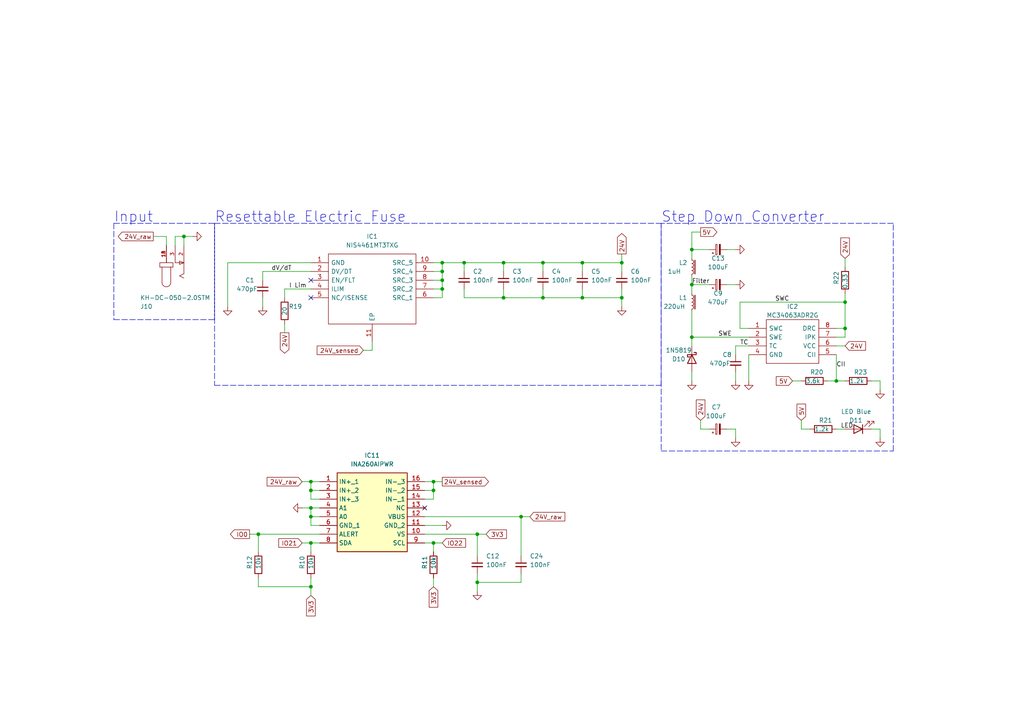
<source format=kicad_sch>
(kicad_sch (version 20231120) (generator "eeschema") (generator_version "8.0")
  (paper "A4")
  (title_block (title "Plant Watering") (date "2022-08-29") (rev "1") (company "All in one device for plant irrigation") (comment 1 "Reading moisture, processing data, including weather, switching of solenoid valves") (comment 2 "5 A peak current, max. 1 s") (comment 3 "24 V input voltage"))
  (lib_symbols
    (symbol "Device:C_Polarized_Small" (pin_numbers hide) (pin_names (offset 0.254) hide)
      (property "Reference" "C" (at 0.254 1.778 0))
      (property "Value" "C_Polarized_Small" (at 0.254 -2.032 0))
      (symbol "C_Polarized_Small_0_1"
        (rectangle (start -1.524 -0.3048) (end 1.524 -0.6858) (fill (type outline)))
        (rectangle (start -1.524 0.6858) (end 1.524 0.3048))
        (polyline (pts (xy -1.27 1.524) (xy -0.762 1.524)))
        (polyline (pts (xy -1.016 1.27) (xy -1.016 1.778)))
      )
      (symbol "C_Polarized_Small_1_1"
        (pin passive line (at 0 2.54 270) (length 1.8542) (name "~") (number "1"))
        (pin passive line (at 0 -2.54 90) (length 1.8542) (name "~") (number "2"))
      )
    )
    (symbol "Device:C_Small" (pin_numbers hide) (pin_names (offset 0.254) hide)
      (property "Reference" "C" (at 0.254 1.778 0))
      (property "Value" "C_Small" (at 0.254 -2.032 0))
      (symbol "C_Small_0_1"
        (polyline (pts (xy -1.524 -0.508) (xy 1.524 -0.508)) (stroke (width 0.3302)))
        (polyline (pts (xy -1.524 0.508) (xy 1.524 0.508)) (stroke (width 0.3048)))
      )
      (symbol "C_Small_1_1"
        (pin passive line (at 0 2.54 270) (length 2.032) (name "~") (number "1"))
        (pin passive line (at 0 -2.54 90) (length 2.032) (name "~") (number "2"))
      )
    )
    (symbol "Device:D_Schottky" (pin_numbers hide) (pin_names (offset 1.016) hide)
      (property "Reference" "D" (at 0 2.54 0))
      (property "Value" "D_Schottky" (at 0 -2.54 0))
      (symbol "D_Schottky_0_1"
        (polyline (pts (xy 1.27 0) (xy -1.27 0)))
        (polyline (pts (xy 1.27 1.27) (xy 1.27 -1.27) (xy -1.27 0) (xy 1.27 1.27)) (stroke (width 0.254)))
        (polyline (pts (xy -1.905 0.635) (xy -1.905 1.27) (xy -1.27 1.27) (xy -1.27 -1.27) (xy -0.635 -1.27) (xy -0.635 -0.635)) (stroke (width 0.254)))
      )
      (symbol "D_Schottky_1_1"
        (pin passive line (at -3.81 0 0) (length 2.54) (name "K") (number "1"))
        (pin passive line (at 3.81 0 180) (length 2.54) (name "A") (number "2"))
      )
    )
    (symbol "Device:LED" (pin_numbers hide) (pin_names (offset 1.016) hide)
      (property "Reference" "D" (at 0 2.54 0))
      (property "Value" "LED" (at 0 -2.54 0))
      (symbol "LED_0_1"
        (polyline (pts (xy -1.27 -1.27) (xy -1.27 1.27)) (stroke (width 0.254)))
        (polyline (pts (xy -1.27 0) (xy 1.27 0)))
        (polyline (pts (xy 1.27 -1.27) (xy 1.27 1.27) (xy -1.27 0) (xy 1.27 -1.27)) (stroke (width 0.254)))
        (polyline (pts (xy -3.048 -0.762) (xy -4.572 -2.286) (xy -3.81 -2.286) (xy -4.572 -2.286) (xy -4.572 -1.524)))
        (polyline (pts (xy -1.778 -0.762) (xy -3.302 -2.286) (xy -2.54 -2.286) (xy -3.302 -2.286) (xy -3.302 -1.524)))
      )
      (symbol "LED_1_1"
        (pin passive line (at -3.81 0 0) (length 2.54) (name "K") (number "1"))
        (pin passive line (at 3.81 0 180) (length 2.54) (name "A") (number "2"))
      )
    )
    (symbol "Device:L_Iron_Small" (pin_numbers hide) (pin_names (offset 0.254) hide)
      (property "Reference" "L" (at 1.27 1.016 0))
      (property "Value" "L_Iron_Small" (at 1.27 -1.27 0))
      (symbol "L_Iron_Small_0_1"
        (arc (start 0 -2.032) (mid 0.5058 -1.524) (end 0 -1.016))
        (arc (start 0 -1.016) (mid 0.5058 -0.508) (end 0 0))
        (polyline (pts (xy 0.762 2.032) (xy 0.762 -2.032)))
        (polyline (pts (xy 1.016 -2.032) (xy 1.016 2.032)))
        (arc (start 0 0) (mid 0.5058 0.508) (end 0 1.016))
        (arc (start 0 1.016) (mid 0.5058 1.524) (end 0 2.032))
      )
      (symbol "L_Iron_Small_1_1"
        (pin passive line (at 0 2.54 270) (length 0.508) (name "~") (number "1"))
        (pin passive line (at 0 -2.54 90) (length 0.508) (name "~") (number "2"))
      )
    )
    (symbol "Device:R" (pin_numbers hide) (pin_names (offset 0))
      (property "Reference" "R" (at 2.032 0 90))
      (property "Value" "R" (at 0 0 90))
      (symbol "R_0_1"
        (rectangle (start -1.016 -2.54) (end 1.016 2.54) (stroke (width 0.254)))
      )
      (symbol "R_1_1"
        (pin passive line (at 0 3.81 270) (length 1.27) (name "~") (number "1"))
        (pin passive line (at 0 -3.81 90) (length 1.27) (name "~") (number "2"))
      )
    )
    (symbol "PJ-002BH-SMT-TR:PJ-002BH-SMT-TR" (pin_names (offset 1.016) hide)
      (property "Reference" "J" (at -7.62 5.08 0))
      (property "Value" "PJ-002BH-SMT-TR" (at -7.62 -5.08 0))
      (symbol "PJ-002BH-SMT-TR_0_0"
        (arc (start -5.715 3.81) (mid -6.9794 2.54) (end -5.715 1.27) (stroke (width 0.1524)))
        (polyline (pts (xy -5.715 3.81) (xy -1.27 3.81)) (stroke (width 0.1524)))
        (polyline (pts (xy -3.81 -1.27) (xy -4.445 -2.54)) (stroke (width 0.1524)))
        (polyline (pts (xy -3.175 -2.54) (xy -3.81 -1.27)) (stroke (width 0.1524)))
        (polyline (pts (xy -1.27 0.635) (xy 0 0.635)) (stroke (width 0.1524)))
        (polyline (pts (xy -1.27 1.27) (xy -5.715 1.27)) (stroke (width 0.1524)))
        (polyline (pts (xy -1.27 1.27) (xy -1.27 0.635)) (stroke (width 0.1524)))
        (polyline (pts (xy -1.27 3.81) (xy -1.27 1.27)) (stroke (width 0.1524)))
        (polyline (pts (xy -1.27 4.445) (xy -1.27 3.81)) (stroke (width 0.1524)))
        (polyline (pts (xy 0 -2.54) (xy -3.175 -2.54)) (stroke (width 0.1524)))
        (polyline (pts (xy 0 0) (xy 0 -2.54)) (stroke (width 0.1524)))
        (polyline (pts (xy 0 0.635) (xy 0 4.445)) (stroke (width 0.1524)))
        (polyline (pts (xy 0 4.445) (xy -1.27 4.445)) (stroke (width 0.1524)))
        (polyline (pts (xy 0 -2.54) (xy -0.508 -1.27) (xy 0.508 -1.27) (xy 0 -2.54)) (stroke (width 0.1524)) (fill (type background)))
        (pin passive line (at 5.08 2.54 180) (length 5.08) (name "~") (number "1A"))
        (pin passive line (at 5.08 2.54 180) (length 5.08) (name "~") (number "1B"))
        (pin passive line (at 5.08 -2.54 180) (length 5.08) (name "~") (number "2"))
        (pin passive line (at 5.08 0 180) (length 5.08) (name "~") (number "3"))
      )
    )
    (symbol "SamacSys_Parts:INA260AIPWR"
      (property "Reference" "IC" (at 26.67 7.62 0))
      (property "Value" "INA260AIPWR" (at 26.67 5.08 0))
      (symbol "INA260AIPWR_1_1"
        (rectangle (start 5.08 2.54) (end 25.4 -20.32) (stroke (width 0.254)) (fill (type background)))
        (pin passive line (at 0 0 0) (length 5.08) (name "IN+_1") (number "1"))
        (pin passive line (at 30.48 -15.24 180) (length 5.08) (name "VS") (number "10"))
        (pin passive line (at 30.48 -12.7 180) (length 5.08) (name "GND_2") (number "11"))
        (pin passive line (at 30.48 -10.16 180) (length 5.08) (name "VBUS") (number "12"))
        (pin no_connect line (at 30.48 -7.62 180) (length 5.08) (name "NC") (number "13"))
        (pin passive line (at 30.48 -5.08 180) (length 5.08) (name "IN-_1") (number "14"))
        (pin passive line (at 30.48 -2.54 180) (length 5.08) (name "IN-_2") (number "15"))
        (pin passive line (at 30.48 0 180) (length 5.08) (name "IN-_3") (number "16"))
        (pin passive line (at 0 -2.54 0) (length 5.08) (name "IN+_2") (number "2"))
        (pin passive line (at 0 -5.08 0) (length 5.08) (name "IN+_3") (number "3"))
        (pin passive line (at 0 -7.62 0) (length 5.08) (name "A1") (number "4"))
        (pin passive line (at 0 -10.16 0) (length 5.08) (name "A0") (number "5"))
        (pin passive line (at 0 -12.7 0) (length 5.08) (name "GND_1") (number "6"))
        (pin passive line (at 0 -15.24 0) (length 5.08) (name "ALERT") (number "7"))
        (pin passive line (at 0 -17.78 0) (length 5.08) (name "SDA") (number "8"))
        (pin passive line (at 30.48 -17.78 180) (length 5.08) (name "SCL") (number "9"))
      )
    )
    (symbol "SamacSys_Parts:MC34063ACD-TR" (pin_names (offset 0.762))
      (property "Reference" "IC" (at 21.59 7.62 0))
      (property "Value" "MC34063ACD-TR" (at 21.59 5.08 0))
      (symbol "MC34063ACD-TR_0_0"
        (pin passive line (at 0 0 0) (length 5.08) (name "SWC") (number "1"))
        (pin passive line (at 0 -2.54 0) (length 5.08) (name "SWE") (number "2"))
        (pin passive line (at 0 -5.08 0) (length 5.08) (name "TC") (number "3"))
        (pin passive line (at 0 -7.62 0) (length 5.08) (name "GND") (number "4"))
        (pin passive line (at 25.4 -7.62 180) (length 5.08) (name "CII") (number "5"))
        (pin passive line (at 25.4 -5.08 180) (length 5.08) (name "VCC") (number "6"))
        (pin passive line (at 25.4 -2.54 180) (length 5.08) (name "IPK") (number "7"))
        (pin passive line (at 25.4 0 180) (length 5.08) (name "DRC") (number "8"))
      )
      (symbol "MC34063ACD-TR_0_1"
        (polyline (pts (xy 5.08 2.54) (xy 20.32 2.54) (xy 20.32 -10.16) (xy 5.08 -10.16) (xy 5.08 2.54)) (stroke (width 0.1524)))
      )
    )
    (symbol "SamacSys_Parts:NIS4461MT3TXG" (pin_names (offset 0.762))
      (property "Reference" "IC" (at 31.75 7.62 0))
      (property "Value" "NIS4461MT3TXG" (at 31.75 5.08 0))
      (symbol "NIS4461MT3TXG_0_0"
        (pin passive line (at 0 0 0) (length 5.08) (name "GND") (number "1"))
        (pin passive line (at 35.56 0 180) (length 5.08) (name "SRC_5") (number "10"))
        (pin passive line (at 17.78 -22.86 90) (length 5.08) (name "EP") (number "11"))
        (pin passive line (at 0 -2.54 0) (length 5.08) (name "DV/DT") (number "2"))
        (pin passive line (at 0 -5.08 0) (length 5.08) (name "EN/FLT") (number "3"))
        (pin passive line (at 0 -7.62 0) (length 5.08) (name "ILIM") (number "4"))
        (pin passive line (at 0 -10.16 0) (length 5.08) (name "NC/ISENSE") (number "5"))
        (pin passive line (at 35.56 -10.16 180) (length 5.08) (name "SRC_1") (number "6"))
        (pin passive line (at 35.56 -7.62 180) (length 5.08) (name "SRC_2") (number "7"))
        (pin passive line (at 35.56 -5.08 180) (length 5.08) (name "SRC_3") (number "8"))
        (pin passive line (at 35.56 -2.54 180) (length 5.08) (name "SRC_4") (number "9"))
      )
      (symbol "NIS4461MT3TXG_0_1"
        (polyline (pts (xy 5.08 2.54) (xy 30.48 2.54) (xy 30.48 -17.78) (xy 5.08 -17.78) (xy 5.08 2.54)) (stroke (width 0.1524)))
      )
    )
    (symbol "power:GND" (power) (pin_names (offset 0))
      (property "Value" "GND" (at 0 -3.81 0))
      (symbol "GND_0_1"
        (polyline (pts (xy 0 0) (xy 0 -1.27) (xy 1.27 -1.27) (xy 0 -2.54) (xy -1.27 -1.27) (xy 0 -1.27)))
      )
      (symbol "GND_1_1"
        (pin power_in line (at 0 0 270) (length 0) hide (name "GND") (number "1"))
      )
    )
  )
  (junction (at 180.34 86.36))
  (junction (at 157.48 76.2))
  (junction (at 125.73 142.24))
  (junction (at 53.34 68.58))
  (junction (at 90.17 139.7))
  (junction (at 125.73 139.7))
  (junction (at 128.27 81.28))
  (junction (at 180.34 76.2))
  (junction (at 151.13 149.86))
  (junction (at 168.91 76.2))
  (junction (at 200.66 72.39))
  (junction (at 128.27 76.2))
  (junction (at 157.48 86.36))
  (junction (at 90.17 147.32))
  (junction (at 128.27 78.74))
  (junction (at 90.17 170.18))
  (junction (at 138.43 168.91))
  (junction (at 90.17 157.48))
  (junction (at 200.66 82.55))
  (junction (at 90.17 149.86))
  (junction (at 134.62 76.2))
  (junction (at 128.27 83.82))
  (junction (at 74.93 154.94))
  (junction (at 125.73 157.48))
  (junction (at 242.57 110.49))
  (junction (at 245.11 95.25))
  (junction (at 146.05 86.36))
  (junction (at 146.05 76.2))
  (junction (at 90.17 142.24))
  (junction (at 168.91 86.36))
  (junction (at 138.43 154.94))
  (junction (at 200.66 97.79))
  (junction (at 245.11 87.63))
  (no_connect (at 90.17 86.36))
  (no_connect (at 90.17 81.28))
  (no_connect (at 123.19 147.32))
  (wire (pts (xy 242.57 110.49) (xy 240.03 110.49)))
  (wire (pts (xy 203.2 124.46) (xy 205.74 124.46)))
  (wire (pts (xy 90.17 147.32) (xy 92.71 147.32)))
  (wire (pts (xy 53.34 71.12) (xy 53.34 68.58)))
  (wire (pts (xy 255.27 124.46) (xy 255.27 127)))
  (wire (pts (xy 76.2 86.36) (xy 76.2 88.9)))
  (wire (pts (xy 53.34 68.58) (xy 55.88 68.58)))
  (wire (pts (xy 123.19 152.4) (xy 128.27 152.4)))
  (wire (pts (xy 125.73 142.24) (xy 125.73 144.78)))
  (wire (pts (xy 180.34 86.36) (xy 180.34 88.9)))
  (wire (pts (xy 128.27 76.2) (xy 134.62 76.2)))
  (wire (pts (xy 200.66 107.95) (xy 200.66 110.49)))
  (wire (pts (xy 180.34 76.2) (xy 180.34 78.74)))
  (polyline (pts (xy 33.02 64.77) (xy 33.02 92.71)) (stroke (width 0) (type dash)))
  (wire (pts (xy 200.66 72.39) (xy 205.74 72.39)))
  (polyline (pts (xy 191.77 64.77) (xy 191.77 130.81)) (stroke (width 0) (type dash)))
  (wire (pts (xy 146.05 83.82) (xy 146.05 86.36)))
  (wire (pts (xy 92.71 154.94) (xy 74.93 154.94)))
  (wire (pts (xy 74.93 154.94) (xy 74.93 160.02)))
  (wire (pts (xy 151.13 149.86) (xy 123.19 149.86)))
  (wire (pts (xy 90.17 142.24) (xy 92.71 142.24)))
  (polyline (pts (xy 62.23 64.77) (xy 62.23 111.76)) (stroke (width 0) (type dash)))
  (wire (pts (xy 134.62 83.82) (xy 134.62 86.36)))
  (wire (pts (xy 44.45 68.58) (xy 48.26 68.58)))
  (wire (pts (xy 153.67 149.86) (xy 151.13 149.86)))
  (wire (pts (xy 66.04 76.2) (xy 90.17 76.2)))
  (wire (pts (xy 90.17 152.4) (xy 90.17 149.86)))
  (wire (pts (xy 213.36 100.33) (xy 213.36 102.87)))
  (polyline (pts (xy 259.08 64.77) (xy 191.77 64.77)) (stroke (width 0) (type dash)))
  (wire (pts (xy 205.74 82.55) (xy 200.66 82.55)))
  (wire (pts (xy 180.34 73.66) (xy 180.34 76.2)))
  (wire (pts (xy 90.17 139.7) (xy 90.17 142.24)))
  (wire (pts (xy 146.05 76.2) (xy 157.48 76.2)))
  (wire (pts (xy 210.82 82.55) (xy 213.36 82.55)))
  (wire (pts (xy 76.2 78.74) (xy 76.2 81.28)))
  (wire (pts (xy 125.73 81.28) (xy 128.27 81.28)))
  (wire (pts (xy 200.66 72.39) (xy 200.66 67.31)))
  (wire (pts (xy 50.8 71.12) (xy 50.8 68.58)))
  (wire (pts (xy 90.17 157.48) (xy 90.17 160.02)))
  (wire (pts (xy 157.48 83.82) (xy 157.48 86.36)))
  (wire (pts (xy 200.66 67.31) (xy 203.2 67.31)))
  (wire (pts (xy 128.27 139.7) (xy 125.73 139.7)))
  (wire (pts (xy 252.73 124.46) (xy 255.27 124.46)))
  (wire (pts (xy 200.66 74.93) (xy 200.66 72.39)))
  (wire (pts (xy 232.41 124.46) (xy 234.95 124.46)))
  (wire (pts (xy 229.87 110.49) (xy 232.41 110.49)))
  (wire (pts (xy 138.43 154.94) (xy 140.97 154.94)))
  (wire (pts (xy 245.11 95.25) (xy 245.11 97.79)))
  (wire (pts (xy 82.55 83.82) (xy 82.55 86.36)))
  (wire (pts (xy 128.27 81.28) (xy 128.27 83.82)))
  (wire (pts (xy 245.11 95.25) (xy 242.57 95.25)))
  (wire (pts (xy 213.36 127) (xy 213.36 124.46)))
  (wire (pts (xy 210.82 72.39) (xy 213.36 72.39)))
  (wire (pts (xy 74.93 170.18) (xy 90.17 170.18)))
  (wire (pts (xy 125.73 139.7) (xy 123.19 139.7)))
  (wire (pts (xy 200.66 90.17) (xy 200.66 97.79)))
  (wire (pts (xy 90.17 157.48) (xy 92.71 157.48)))
  (wire (pts (xy 125.73 76.2) (xy 128.27 76.2)))
  (wire (pts (xy 146.05 76.2) (xy 146.05 78.74)))
  (polyline (pts (xy 33.02 64.77) (xy 62.23 64.77)) (stroke (width 0) (type dash)))
  (wire (pts (xy 232.41 121.92) (xy 232.41 124.46)))
  (wire (pts (xy 72.39 154.94) (xy 74.93 154.94)))
  (wire (pts (xy 134.62 76.2) (xy 134.62 78.74)))
  (wire (pts (xy 107.95 101.6) (xy 107.95 99.06)))
  (wire (pts (xy 252.73 110.49) (xy 255.27 110.49)))
  (wire (pts (xy 242.57 124.46) (xy 245.11 124.46)))
  (wire (pts (xy 242.57 102.87) (xy 242.57 110.49)))
  (wire (pts (xy 245.11 87.63) (xy 245.11 95.25)))
  (wire (pts (xy 92.71 152.4) (xy 90.17 152.4)))
  (wire (pts (xy 151.13 149.86) (xy 151.13 161.29)))
  (wire (pts (xy 245.11 74.93) (xy 245.11 77.47)))
  (wire (pts (xy 214.63 87.63) (xy 245.11 87.63)))
  (wire (pts (xy 90.17 147.32) (xy 87.63 147.32)))
  (wire (pts (xy 90.17 78.74) (xy 76.2 78.74)))
  (wire (pts (xy 157.48 76.2) (xy 157.48 78.74)))
  (wire (pts (xy 74.93 167.64) (xy 74.93 170.18)))
  (polyline (pts (xy 62.23 64.77) (xy 191.77 64.77)) (stroke (width 0) (type dash)))
  (wire (pts (xy 217.17 102.87) (xy 217.17 110.49)))
  (wire (pts (xy 242.57 110.49) (xy 245.11 110.49)))
  (wire (pts (xy 125.73 83.82) (xy 128.27 83.82)))
  (wire (pts (xy 138.43 166.37) (xy 138.43 168.91)))
  (wire (pts (xy 168.91 76.2) (xy 168.91 78.74)))
  (wire (pts (xy 200.66 82.55) (xy 200.66 85.09)))
  (wire (pts (xy 125.73 167.64) (xy 125.73 170.18)))
  (wire (pts (xy 125.73 139.7) (xy 125.73 142.24)))
  (wire (pts (xy 90.17 167.64) (xy 90.17 170.18)))
  (wire (pts (xy 138.43 168.91) (xy 138.43 171.45)))
  (wire (pts (xy 128.27 78.74) (xy 128.27 81.28)))
  (wire (pts (xy 217.17 100.33) (xy 213.36 100.33)))
  (wire (pts (xy 125.73 86.36) (xy 128.27 86.36)))
  (polyline (pts (xy 259.08 130.81) (xy 259.08 64.77)) (stroke (width 0) (type dash)))
  (wire (pts (xy 200.66 100.33) (xy 200.66 97.79)))
  (wire (pts (xy 134.62 86.36) (xy 146.05 86.36)))
  (wire (pts (xy 151.13 166.37) (xy 151.13 168.91)))
  (wire (pts (xy 123.19 157.48) (xy 125.73 157.48)))
  (wire (pts (xy 168.91 83.82) (xy 168.91 86.36)))
  (wire (pts (xy 66.04 76.2) (xy 66.04 88.9)))
  (wire (pts (xy 90.17 144.78) (xy 92.71 144.78)))
  (wire (pts (xy 125.73 78.74) (xy 128.27 78.74)))
  (polyline (pts (xy 191.77 130.81) (xy 259.08 130.81)) (stroke (width 0) (type dash)))
  (polyline (pts (xy 191.77 111.76) (xy 191.77 64.77)) (stroke (width 0) (type dash)))
  (wire (pts (xy 90.17 83.82) (xy 82.55 83.82)))
  (wire (pts (xy 146.05 86.36) (xy 157.48 86.36)))
  (wire (pts (xy 157.48 86.36) (xy 168.91 86.36)))
  (wire (pts (xy 105.41 101.6) (xy 107.95 101.6)))
  (polyline (pts (xy 33.02 92.71) (xy 62.23 92.71)) (stroke (width 0) (type dash)))
  (wire (pts (xy 180.34 86.36) (xy 180.34 83.82)))
  (wire (pts (xy 90.17 170.18) (xy 90.17 172.72)))
  (wire (pts (xy 123.19 142.24) (xy 125.73 142.24)))
  (wire (pts (xy 48.26 68.58) (xy 48.26 71.12)))
  (wire (pts (xy 157.48 76.2) (xy 168.91 76.2)))
  (wire (pts (xy 82.55 93.98) (xy 82.55 96.52)))
  (wire (pts (xy 128.27 83.82) (xy 128.27 86.36)))
  (wire (pts (xy 213.36 124.46) (xy 210.82 124.46)))
  (wire (pts (xy 125.73 157.48) (xy 128.27 157.48)))
  (wire (pts (xy 138.43 154.94) (xy 138.43 161.29)))
  (wire (pts (xy 87.63 157.48) (xy 90.17 157.48)))
  (wire (pts (xy 255.27 110.49) (xy 255.27 113.03)))
  (wire (pts (xy 214.63 95.25) (xy 214.63 87.63)))
  (polyline (pts (xy 62.23 111.76) (xy 191.77 111.76)) (stroke (width 0) (type dash)))
  (wire (pts (xy 200.66 97.79) (xy 217.17 97.79)))
  (wire (pts (xy 125.73 144.78) (xy 123.19 144.78)))
  (wire (pts (xy 151.13 168.91) (xy 138.43 168.91)))
  (wire (pts (xy 168.91 86.36) (xy 180.34 86.36)))
  (wire (pts (xy 217.17 95.25) (xy 214.63 95.25)))
  (wire (pts (xy 90.17 149.86) (xy 92.71 149.86)))
  (polyline (pts (xy 62.23 92.71) (xy 62.23 64.77)) (stroke (width 0) (type dash)))
  (wire (pts (xy 128.27 76.2) (xy 128.27 78.74)))
  (wire (pts (xy 200.66 82.55) (xy 200.66 80.01)))
  (wire (pts (xy 168.91 76.2) (xy 180.34 76.2)))
  (wire (pts (xy 90.17 139.7) (xy 92.71 139.7)))
  (wire (pts (xy 203.2 121.92) (xy 203.2 124.46)))
  (wire (pts (xy 242.57 100.33) (xy 245.11 100.33)))
  (wire (pts (xy 242.57 97.79) (xy 245.11 97.79)))
  (wire (pts (xy 125.73 157.48) (xy 125.73 160.02)))
  (wire (pts (xy 213.36 107.95) (xy 213.36 110.49)))
  (wire (pts (xy 87.63 139.7) (xy 90.17 139.7)))
  (wire (pts (xy 245.11 87.63) (xy 245.11 85.09)))
  (wire (pts (xy 90.17 142.24) (xy 90.17 144.78)))
  (wire (pts (xy 90.17 149.86) (xy 90.17 147.32)))
  (wire (pts (xy 134.62 76.2) (xy 146.05 76.2)))
  (wire (pts (xy 123.19 154.94) (xy 138.43 154.94)))
  (wire (pts (xy 50.8 68.58) (xy 53.34 68.58)))
  (text "Input" (at 33.02 64.77 0) (effects (font (size 3 3)) (justify left bottom)))
  (text "Resettable Electric Fuse" (at 62.23 64.77 0) (effects (font (size 3 3)) (justify left bottom)))
  (text "Step Down Converter" (at 191.77 64.77 0) (effects (font (size 3 3)) (justify left bottom)))
  (label "dV{slash}dT" (at 78.74 78.74 0))
  (label "SWE" (at 208.28 97.79 0))
  (label "SWC" (at 224.79 87.63 0))
  (label "LED" (at 243.84 124.46 0))
  (label "TC" (at 214.63 100.33 0))
  (label "I Lim" (at 83.82 83.82 0))
  (label "CII" (at 242.57 106.68 0))
  (label "Filter" (at 200.66 82.55 0))
  (global_label "IO0" (shape output) (at 72.39 154.94 180) (property "Intersheetrefs" "${INTERSHEET_REFS}" (effects (hide yes))))
  (global_label "24V" (shape output) (at 82.55 96.52 270) (property "Intersheetrefs" "${INTERSHEET_REFS}" (effects (hide yes))))
  (global_label "24V_raw" (shape input) (at 87.63 139.7 180) (property "Intersheetrefs" "${INTERSHEET_REFS}" (effects (hide yes))))
  (global_label "24V" (shape input) (at 245.11 100.33 0) (property "Intersheetrefs" "${INTERSHEET_REFS}" (effects (hide yes))))
  (global_label "24V_raw" (shape output) (at 44.45 68.58 180) (property "Intersheetrefs" "${INTERSHEET_REFS}" (effects (hide yes))))
  (global_label "IO22" (shape input) (at 128.27 157.48 0) (property "Intersheetrefs" "${INTERSHEET_REFS}" (effects (hide yes))))
  (global_label "24V_sensed" (shape output) (at 128.27 139.7 0) (property "Intersheetrefs" "${INTERSHEET_REFS}" (effects (hide yes))))
  (global_label "24V_raw" (shape input) (at 153.67 149.86 0) (property "Intersheetrefs" "${INTERSHEET_REFS}" (effects (hide yes))))
  (global_label "24V" (shape input) (at 203.2 121.92 90) (property "Intersheetrefs" "${INTERSHEET_REFS}" (effects (hide yes))))
  (global_label "5V" (shape input) (at 229.87 110.49 180) (property "Intersheetrefs" "${INTERSHEET_REFS}" (effects (hide yes))))
  (global_label "3V3" (shape input) (at 90.17 172.72 270) (property "Intersheetrefs" "${INTERSHEET_REFS}" (effects (hide yes))))
  (global_label "3V3" (shape input) (at 140.97 154.94 0) (property "Intersheetrefs" "${INTERSHEET_REFS}" (effects (hide yes))))
  (global_label "IO21" (shape input) (at 87.63 157.48 180) (property "Intersheetrefs" "${INTERSHEET_REFS}" (effects (hide yes))))
  (global_label "24V" (shape output) (at 180.34 73.66 90) (property "Intersheetrefs" "${INTERSHEET_REFS}" (effects (hide yes))))
  (global_label "5V" (shape input) (at 232.41 121.92 90) (property "Intersheetrefs" "${INTERSHEET_REFS}" (effects (hide yes))))
  (global_label "5V" (shape output) (at 203.2 67.31 0) (property "Intersheetrefs" "${INTERSHEET_REFS}" (effects (hide yes))))
  (global_label "24V_sensed" (shape input) (at 105.41 101.6 180) (property "Intersheetrefs" "${INTERSHEET_REFS}" (effects (hide yes))))
  (global_label "3V3" (shape input) (at 125.73 170.18 270) (property "Intersheetrefs" "${INTERSHEET_REFS}" (effects (hide yes))))
  (global_label "24V" (shape input) (at 245.11 74.93 90) (property "Intersheetrefs" "${INTERSHEET_REFS}" (effects (hide yes))))
  (symbol (lib_id "power:GND") (at 128.27 152.4 90) (unit 1)
    (property "Reference" "#PWR015" (effects (hide yes)))
    (property "Value" "GND" (effects (hide yes)))
  )
  (symbol (lib_id "power:GND") (at 213.36 82.55 90) (unit 1)
    (property "Reference" "#PWR07" (effects (hide yes)))
    (property "Value" "GND" (effects (hide yes)))
  )
  (symbol (lib_id "Device:D_Schottky") (at 200.66 104.14 270) (unit 1)
    (property "Reference" "D10" (at 196.85 104.14 90))
    (property "Value" "1N5819" (at 196.85 101.6 90))
    (property "Footprint" "Diode_SMD:D_SMA" (effects (hide yes)))
    (property "LCSC" "C437199" (effects (hide yes)))
  )
  (symbol (lib_id "Device:C_Small") (at 168.91 81.28 0) (unit 1)
    (property "Reference" "C5" (at 171.45 78.74 0) (effects (justify left)))
    (property "Value" "100nF" (at 171.45 81.28 0) (effects (justify left)))
    (property "Footprint" "Capacitor_SMD:C_0603_1608Metric" (effects (hide yes)))
    (property "LCSC" "C14663" (effects (hide yes)))
  )
  (symbol (lib_id "power:GND") (at 66.04 88.9 0) (unit 1)
    (property "Reference" "#PWR021" (effects (hide yes)))
    (property "Value" "GND" (effects (hide yes)))
  )
  (symbol (lib_id "Device:C_Small") (at 76.2 83.82 0) (unit 1)
    (property "Reference" "C1" (at 71.12 81.28 0) (effects (justify left)))
    (property "Value" "470pF" (at 68.58 83.82 0) (effects (justify left)))
    (property "Footprint" "Capacitor_SMD:C_0603_1608Metric" (effects (hide yes)))
    (property "LCSC" "C1620" (effects (hide yes)))
  )
  (symbol (lib_id "power:GND") (at 217.17 110.49 0) (unit 1)
    (property "Reference" "#PWR030" (effects (hide yes)))
    (property "Value" "GND" (effects (hide yes)))
  )
  (symbol (lib_id "power:GND") (at 255.27 127 0) (unit 1)
    (property "Reference" "#PWR033" (effects (hide yes)))
    (property "Value" "GND" (effects (hide yes)))
  )
  (symbol (lib_id "Device:L_Iron_Small") (at 200.66 87.63 0) (unit 1)
    (property "Reference" "L1" (at 198.12 86.36 0))
    (property "Value" "220uH" (at 195.58 88.9 0))
    (property "Footprint" "Inductor_SMD:L_1210_3225Metric" (effects (hide yes)))
    (property "LCSC" "C394104" (effects (hide yes)))
  )
  (symbol (lib_id "SamacSys_Parts:NIS4461MT3TXG") (at 90.17 76.2 0) (unit 1)
    (property "Reference" "IC1" (at 107.95 68.58 0))
    (property "Value" "NIS4461MT3TXG" (at 107.95 71.12 0))
    (property "Footprint" "SamacSys_Parts:SON50P300X300X80-11N" (effects (hide yes)))
    (property "Datasheet" "https://componentsearchengine.com/Datasheets/2/NIS4461MT3TXG.pdf" (effects (hide yes)))
    (property "Description" "ONSEMI - NIS4461MT3TXG - Electronic Fuse, 9 V to 24 V, Fan & Hard Drives/Industrial/Handheld Devices, WDFN-EP, 10Pin" (effects (hide yes)))
    (property "Height" "0.8" (effects (hide yes)))
    (property "Mouser Part Number" "863-NIS4461MT3TXG" (effects (hide yes)))
    (property "Mouser Price/Stock" "https://www.mouser.co.uk/ProductDetail/onsemi/NIS4461MT3TXG?qs=HBWAp0VN4RizfjDFuOVp3w%3D%3D" (effects (hide yes)))
    (property "Manufacturer_Name" "onsemi" (effects (hide yes)))
    (property "Manufacturer_Part_Number" "NIS4461MT3TXG" (effects (hide yes)))
  )
  (symbol (lib_id "Device:LED") (at 248.92 124.46 180) (unit 1)
    (property "Reference" "D11" (at 250.19 121.92 0) (effects (justify left)))
    (property "Value" "LED Blue" (at 252.73 119.38 0) (effects (justify left)))
    (property "Footprint" "LED_SMD:LED_0603_1608Metric" (effects (hide yes)))
    (property "LCSC" "C72041" (effects (hide yes)))
  )
  (symbol (lib_id "Device:C_Small") (at 157.48 81.28 0) (unit 1)
    (property "Reference" "C4" (at 160.02 78.74 0) (effects (justify left)))
    (property "Value" "100nF" (at 160.02 81.28 0) (effects (justify left)))
    (property "Footprint" "Capacitor_SMD:C_0603_1608Metric" (effects (hide yes)))
    (property "LCSC" "C14663" (effects (hide yes)))
  )
  (symbol (lib_id "power:GND") (at 55.88 68.58 90) (unit 1)
    (property "Reference" "#PWR020" (effects (hide yes)))
    (property "Value" "GND" (effects (hide yes)))
  )
  (symbol (lib_id "power:GND") (at 213.36 127 0) (unit 1)
    (property "Reference" "#PWR029" (effects (hide yes)))
    (property "Value" "GND" (effects (hide yes)))
  )
  (symbol (lib_id "Device:R") (at 245.11 81.28 0) (unit 1)
    (property "Reference" "R22" (at 242.57 82.55 90) (effects (justify left)))
    (property "Value" "0.33" (at 245.11 83.82 90) (effects (justify left)))
    (property "Footprint" "Resistor_SMD:R_0805_2012Metric" (effects (hide yes)))
    (property "LCSC" "C491232" (effects (hide yes)))
  )
  (symbol (lib_id "Device:C_Small") (at 138.43 163.83 0) (unit 1)
    (property "Reference" "C12" (at 140.97 161.29 0) (effects (justify left)))
    (property "Value" "100nF" (at 140.97 163.83 0) (effects (justify left)))
    (property "Footprint" "Capacitor_SMD:C_0603_1608Metric" (effects (hide yes)))
    (property "LCSC" "C14663" (effects (hide yes)))
  )
  (symbol (lib_id "power:GND") (at 138.43 171.45 0) (unit 1)
    (property "Reference" "#PWR016" (effects (hide yes)))
    (property "Value" "GND" (effects (hide yes)))
  )
  (symbol (lib_id "Device:C_Small") (at 151.13 163.83 0) (unit 1)
    (property "Reference" "C24" (at 153.67 161.29 0) (effects (justify left)))
    (property "Value" "100nF" (at 153.67 163.83 0) (effects (justify left)))
    (property "Footprint" "Capacitor_SMD:C_0603_1608Metric" (effects (hide yes)))
    (property "LCSC" "C14663" (effects (hide yes)))
  )
  (symbol (lib_id "SamacSys_Parts:INA260AIPWR") (at 92.71 139.7 0) (unit 1)
    (property "Reference" "IC11" (at 107.95 132.08 0))
    (property "Value" "INA260AIPWR" (at 107.95 134.62 0))
    (property "Footprint" "SOP65P640X120-16N" (effects (hide yes)))
    (property "Datasheet" "http://www.ti.com/lit/gpn/INA260" (effects (hide yes)))
    (property "Description" "36V, Bi-Dir, High Accuracy, Low-/High-Side, I2C Current/Pwr Monitor w/Integrated 2m Shunt Resistor" (effects (hide yes)))
    (property "Height" "1.2" (effects (hide yes)))
    (property "Mouser Part Number" "595-INA260AIPWR" (effects (hide yes)))
    (property "Mouser Price/Stock" "https://www.mouser.co.uk/ProductDetail/Texas-Instruments/INA260AIPWR?qs=vcbl%252BK4rRldNzXQDYx03SQ%3D%3D" (effects (hide yes)))
    (property "Manufacturer_Name" "Texas Instruments" (effects (hide yes)))
    (property "Manufacturer_Part_Number" "INA260AIPWR" (effects (hide yes)))
  )
  (symbol (lib_id "Device:R") (at 90.17 163.83 0) (unit 1)
    (property "Reference" "R10" (at 87.63 165.1 90) (effects (justify left)))
    (property "Value" "10k" (at 90.17 165.1 90) (effects (justify left)))
    (property "Footprint" "Resistor_SMD:R_0805_2012Metric" (effects (hide yes)))
    (property "LCSC" "C22775" (effects (hide yes)))
  )
  (symbol (lib_id "power:GND") (at 76.2 88.9 0) (unit 1)
    (property "Reference" "#PWR022" (effects (hide yes)))
    (property "Value" "GND" (effects (hide yes)))
  )
  (symbol (lib_id "Device:C_Polarized_Small") (at 208.28 82.55 90) (unit 1)
    (property "Reference" "C9" (at 208.28 85.09 90))
    (property "Value" "470uF" (at 208.28 87.63 90))
    (property "Footprint" "Capacitor_SMD:CP_Elec_10x10.5" (effects (hide yes)))
    (property "LCSC" "C129479" (effects (hide yes)))
  )
  (symbol (lib_id "Device:L_Iron_Small") (at 200.66 77.47 0) (unit 1)
    (property "Reference" "L2" (at 198.12 76.2 0))
    (property "Value" "1uH" (at 195.58 78.74 0))
    (property "Footprint" "Inductor_SMD:L_1008_2520Metric" (effects (hide yes)))
    (property "LCSC" "C346410" (effects (hide yes)))
  )
  (symbol (lib_id "Device:R") (at 236.22 110.49 270) (unit 1)
    (property "Reference" "R20" (at 234.95 107.95 90) (effects (justify left)))
    (property "Value" "3.6k" (at 233.68 110.49 90) (effects (justify left)))
    (property "Footprint" "Resistor_SMD:R_0805_2012Metric" (effects (hide yes)))
    (property "LCSC" "C18359" (effects (hide yes)))
  )
  (symbol (lib_id "Device:R") (at 74.93 163.83 0) (unit 1)
    (property "Reference" "R12" (at 72.39 165.1 90) (effects (justify left)))
    (property "Value" "10k" (at 74.93 165.1 90) (effects (justify left)))
    (property "Footprint" "Resistor_SMD:R_0805_2012Metric" (effects (hide yes)))
    (property "LCSC" "C22775" (effects (hide yes)))
  )
  (symbol (lib_id "Device:R") (at 82.55 90.17 180) (unit 1)
    (property "Reference" "R19" (at 87.63 88.9 0) (effects (justify left)))
    (property "Value" "20" (at 82.55 88.9 90) (effects (justify left)))
    (property "Footprint" "Resistor_SMD:R_0603_1608Metric" (effects (hide yes)))
    (property "LCSC" "C22775" (effects (hide yes)))
  )
  (symbol (lib_id "power:GND") (at 255.27 113.03 0) (unit 1)
    (property "Reference" "#PWR032" (effects (hide yes)))
    (property "Value" "GND" (effects (hide yes)))
  )
  (symbol (lib_id "Device:C_Polarized_Small") (at 208.28 124.46 90) (unit 1)
    (property "Reference" "C7" (at 207.7339 118.11 90))
    (property "Value" "100uF" (at 207.7339 120.65 90))
    (property "Footprint" "Capacitor_SMD:CP_Elec_6.3x7.7" (effects (hide yes)))
    (property "LCSC" "C3001220" (effects (hide yes)))
  )
  (symbol (lib_id "Device:C_Small") (at 213.36 105.41 0) (unit 1)
    (property "Reference" "C8" (at 209.55 102.87 0) (effects (justify left)))
    (property "Value" "470pF" (at 205.74 105.41 0) (effects (justify left)))
    (property "Footprint" "Capacitor_SMD:C_0805_2012Metric" (effects (hide yes)))
    (property "LCSC" "C1743" (effects (hide yes)))
  )
  (symbol (lib_id "Device:C_Small") (at 134.62 81.28 0) (unit 1)
    (property "Reference" "C2" (at 137.16 78.74 0) (effects (justify left)))
    (property "Value" "100nF" (at 137.16 81.28 0) (effects (justify left)))
    (property "Footprint" "Capacitor_SMD:C_0603_1608Metric" (effects (hide yes)))
    (property "LCSC" "C14663" (effects (hide yes)))
  )
  (symbol (lib_id "Device:C_Polarized_Small") (at 208.28 72.39 90) (unit 1)
    (property "Reference" "C13" (at 208.28 74.93 90))
    (property "Value" "100uF" (at 208.28 77.47 90))
    (property "Footprint" "Capacitor_SMD:CP_Elec_6.3x7.7" (effects (hide yes)))
    (property "LCSC" "C3001220" (effects (hide yes)))
  )
  (symbol (lib_id "power:GND") (at 200.66 110.49 0) (unit 1)
    (property "Reference" "#PWR025" (effects (hide yes)))
    (property "Value" "GND" (effects (hide yes)))
  )
  (symbol (lib_id "Device:C_Small") (at 180.34 81.28 0) (unit 1)
    (property "Reference" "C6" (at 182.88 78.74 0) (effects (justify left)))
    (property "Value" "100nF" (at 182.88 81.28 0) (effects (justify left)))
    (property "Footprint" "Capacitor_SMD:C_0603_1608Metric" (effects (hide yes)))
    (property "LCSC" "C14663" (effects (hide yes)))
  )
  (symbol (lib_id "power:GND") (at 180.34 88.9 0) (unit 1)
    (property "Reference" "#PWR023" (effects (hide yes)))
    (property "Value" "GND" (effects (hide yes)))
  )
  (symbol (lib_id "PJ-002BH-SMT-TR:PJ-002BH-SMT-TR") (at 50.8 76.2 90) (unit 1)
    (property "Reference" "J10" (at 40.64 88.9 90) (effects (justify right)))
    (property "Value" "KH-DC-050-2.0STM" (at 40.64 86.36 90) (effects (justify right)))
    (property "Footprint" "PersonalLibrary:CUI_PJ-002BH-SMT-TR" (effects (hide yes)))
    (property "Datasheet" "https://datasheet.lcsc.com/lcsc/2108072330_Shenzhen-Kinghelm-Elec-KH-DC-050-2-0STM_C2847201.pdf" (effects (hide yes)))
    (property "STANDARD" "Manufacturer recommendations" (effects (hide yes)))
    (property "MANUFACTURER" "Shenzhen Kinghelm Elec Shenzhen Kinghelm Elec" (effects (hide yes)))
    (property "LCSC" "C2847201" (effects (hide yes)))
  )
  (symbol (lib_id "SamacSys_Parts:MC34063ACD-TR") (at 217.17 95.25 0) (unit 1)
    (property "Reference" "IC2" (at 229.87 88.9 0))
    (property "Value" "MC34063ADR2G" (at 229.87 91.44 0))
    (property "Footprint" "SamacSys_Parts:SOIC127P600X175-8N" (effects (hide yes)))
    (property "Description" "MC34063ADR2G" (effects (hide yes)))
    (property "Height" "1.75" (effects (hide yes)))
    (property "LCSC" "C32078" (effects (hide yes)))
  )
  (symbol (lib_id "Device:R") (at 248.92 110.49 270) (unit 1)
    (property "Reference" "R23" (at 247.65 107.95 90) (effects (justify left)))
    (property "Value" "1.2k" (at 246.38 110.49 90) (effects (justify left)))
    (property "Footprint" "Resistor_SMD:R_0805_2012Metric" (effects (hide yes)))
    (property "LCSC" "C17379" (effects (hide yes)))
  )
  (symbol (lib_id "power:GND") (at 213.36 72.39 90) (unit 1)
    (property "Reference" "#PWR05" (effects (hide yes)))
    (property "Value" "GND" (effects (hide yes)))
  )
  (symbol (lib_id "Device:R") (at 125.73 163.83 0) (unit 1)
    (property "Reference" "R11" (at 123.19 165.1 90) (effects (justify left)))
    (property "Value" "10k" (at 125.73 165.1 90) (effects (justify left)))
    (property "Footprint" "Resistor_SMD:R_0805_2012Metric" (effects (hide yes)))
    (property "LCSC" "C22775" (effects (hide yes)))
  )
  (symbol (lib_id "Device:C_Small") (at 146.05 81.28 0) (unit 1)
    (property "Reference" "C3" (at 148.59 78.74 0) (effects (justify left)))
    (property "Value" "100nF" (at 148.59 81.28 0) (effects (justify left)))
    (property "Footprint" "Capacitor_SMD:C_0603_1608Metric" (effects (hide yes)))
    (property "LCSC" "C14663" (effects (hide yes)))
  )
  (symbol (lib_id "power:GND") (at 87.63 147.32 270) (unit 1)
    (property "Reference" "#PWR014" (effects (hide yes)))
    (property "Value" "GND" (effects (hide yes)))
  )
  (symbol (lib_id "power:GND") (at 213.36 110.49 0) (unit 1)
    (property "Reference" "#PWR028" (effects (hide yes)))
    (property "Value" "GND" (effects (hide yes)))
  )
  (symbol (lib_id "Device:R") (at 238.76 124.46 270) (unit 1)
    (property "Reference" "R21" (at 237.49 121.92 90) (effects (justify left)))
    (property "Value" "1.2k" (at 236.22 124.46 90) (effects (justify left)))
    (property "Footprint" "Resistor_SMD:R_0805_2012Metric" (effects (hide yes)))
    (property "LCSC" "C17379" (effects (hide yes)))
  )
)
</source>
